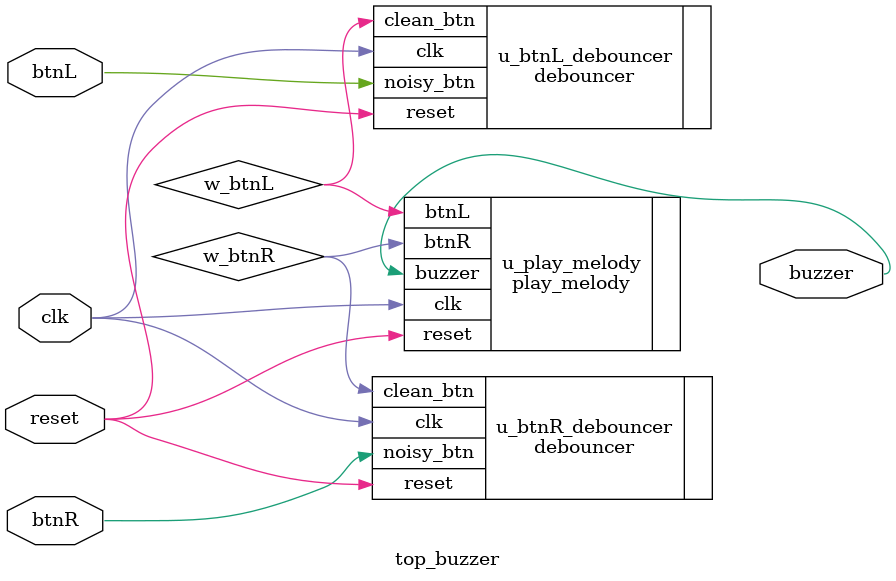
<source format=v>
`timescale 1ns / 1ps

module top_buzzer(
    input clk, 
    input reset,
    // input btnU,  // DO
    input btnL,  // RE
    // input btnC,  // MI
    input btnR,  // SOL
    // input btnD,  // RA
    // input btnJC,  // DO Octabe

    // output [1:0] led,
    output buzzer

    );

    // wire w_btnU;
    wire w_btnL;
    // wire w_btnC;
    wire w_btnR;
    // wire w_btnD;
    // wire w_btnJC;


    // debouncer u_btnU_debouncer (
    //     .clk(clk),
    //     .reset(reset),
    //     .noisy_btn(btnU),  // raw noisy button input
    //     .clean_btn(w_btnU)
    // );

     debouncer u_btnL_debouncer (
        .clk(clk),
        .reset(reset),
        .noisy_btn(btnL),  // raw noisy button input
        .clean_btn(w_btnL)
    );

    //  debouncer u_btnC_debouncer (
    //     .clk(clk),
    //     .reset(reset),
    //     .noisy_btn(btnC),  // raw noisy button input
    //     .clean_btn(w_btnC)
    // );

     debouncer u_btnR_debouncer (
        .clk(clk),
        .reset(reset),
        .noisy_btn(btnR),  // raw noisy button input
        .clean_btn(w_btnR)
    );

    //  debouncer u_btnD_debouncer (
    //     .clk(clk),
    //     .reset(reset),
    //     .noisy_btn(btnD),  // raw noisy button input
    //     .clean_btn(w_btnD)
    // );

    // debouncer u_btnJC_debouncer (
    //     .clk(clk),
    //     .reset(reset),
    //     .noisy_btn(btnJC),  // raw noisy button input
    //     .clean_btn(w_btnJC)
    // );

    
    play_melody u_play_melody(
        .clk(clk), 
        .reset(reset),
        // .btnU(w_btnU),  // DO  261.63Hz
        .btnL(w_btnL),  // RE  293.66Hz
        // .btnC(w_btnC),  // MI  329.63Hz
        .btnR(w_btnR),  // SOL  392.00Hz
        // .btnD(w_btnD),  // RA  440.00Hz
        // .btnJC(w_btnJC),
        
        .buzzer(buzzer)
    );

endmodule

</source>
